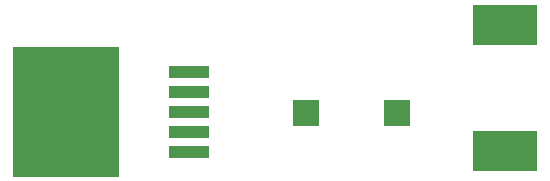
<source format=gtp>
G04 Layer: TopPasteMaskLayer*
G04 EasyEDA v6.5.38, 2023-11-27 20:20:40*
G04 1703934f7ba948e8a81f3d05deb6a35c,f4da18da4fdc4ae59b3404ca65e04972,10*
G04 Gerber Generator version 0.2*
G04 Scale: 100 percent, Rotated: No, Reflected: No *
G04 Dimensions in millimeters *
G04 leading zeros omitted , absolute positions ,4 integer and 5 decimal *
%FSLAX45Y45*%
%MOMM*%

%ADD10R,5.4000X3.5000*%
%ADD11R,2.3000X2.3000*%
%ADD12R,9.0000X11.0000*%
%ADD13R,3.3585X1.0200*%

%LPD*%
D10*
G01*
X2476500Y5791200D03*
G01*
X2476500Y4724400D03*
D11*
G01*
X787400Y5041900D03*
G01*
X1562100Y5041900D03*
D12*
G01*
X-1242237Y5054600D03*
D13*
G01*
X-205562Y5394604D03*
G01*
X-205562Y5224602D03*
G01*
X-205562Y5054600D03*
G01*
X-205562Y4884597D03*
G01*
X-205562Y4714595D03*
M02*

</source>
